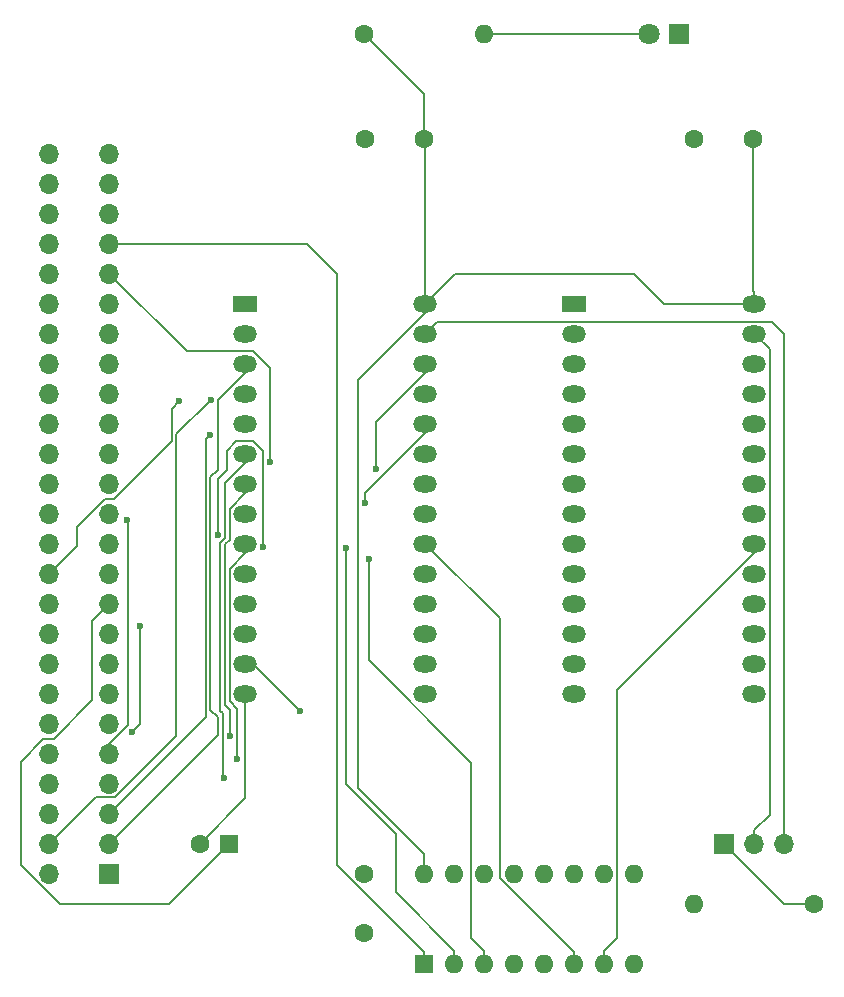
<source format=gtl>
G04 #@! TF.GenerationSoftware,KiCad,Pcbnew,8.0.9-8.0.9-0~ubuntu22.04.1*
G04 #@! TF.CreationDate,2025-06-29T10:23:37+10:00*
G04 #@! TF.ProjectId,Memory_Expansion_Cartridge,4d656d6f-7279-45f4-9578-70616e73696f,rev?*
G04 #@! TF.SameCoordinates,Original*
G04 #@! TF.FileFunction,Copper,L1,Top*
G04 #@! TF.FilePolarity,Positive*
%FSLAX46Y46*%
G04 Gerber Fmt 4.6, Leading zero omitted, Abs format (unit mm)*
G04 Created by KiCad (PCBNEW 8.0.9-8.0.9-0~ubuntu22.04.1) date 2025-06-29 10:23:37*
%MOMM*%
%LPD*%
G01*
G04 APERTURE LIST*
G04 #@! TA.AperFunction,ComponentPad*
%ADD10R,1.800000X1.800000*%
G04 #@! TD*
G04 #@! TA.AperFunction,ComponentPad*
%ADD11C,1.800000*%
G04 #@! TD*
G04 #@! TA.AperFunction,ComponentPad*
%ADD12C,1.600000*%
G04 #@! TD*
G04 #@! TA.AperFunction,ComponentPad*
%ADD13R,2.000000X1.440000*%
G04 #@! TD*
G04 #@! TA.AperFunction,ComponentPad*
%ADD14O,2.000000X1.440000*%
G04 #@! TD*
G04 #@! TA.AperFunction,ComponentPad*
%ADD15R,1.600000X1.600000*%
G04 #@! TD*
G04 #@! TA.AperFunction,ComponentPad*
%ADD16O,1.600000X1.600000*%
G04 #@! TD*
G04 #@! TA.AperFunction,ComponentPad*
%ADD17R,1.700000X1.700000*%
G04 #@! TD*
G04 #@! TA.AperFunction,ComponentPad*
%ADD18O,1.700000X1.700000*%
G04 #@! TD*
G04 #@! TA.AperFunction,ViaPad*
%ADD19C,0.600000*%
G04 #@! TD*
G04 #@! TA.AperFunction,Conductor*
%ADD20C,0.200000*%
G04 #@! TD*
G04 APERTURE END LIST*
D10*
X153670000Y-46990000D03*
D11*
X151130000Y-46990000D03*
D12*
X127000000Y-118110000D03*
X127000000Y-123110000D03*
D13*
X144780000Y-69850000D03*
D14*
X144780000Y-72390000D03*
X144780000Y-74930000D03*
X144780000Y-77470000D03*
X144780000Y-80010000D03*
X144780000Y-82550000D03*
X144780000Y-85090000D03*
X144780000Y-87630000D03*
X144780000Y-90170000D03*
X144780000Y-92710000D03*
X144780000Y-95250000D03*
X144780000Y-97790000D03*
X144780000Y-100330000D03*
X144780000Y-102870000D03*
X160020000Y-102870000D03*
X160020000Y-100330000D03*
X160020000Y-97790000D03*
X160020000Y-95250000D03*
X160020000Y-92710000D03*
X160020000Y-90170000D03*
X160020000Y-87630000D03*
X160020000Y-85090000D03*
X160020000Y-82550000D03*
X160020000Y-80010000D03*
X160020000Y-77470000D03*
X160020000Y-74930000D03*
X160020000Y-72390000D03*
X160020000Y-69850000D03*
D15*
X132080000Y-125730000D03*
D16*
X134620000Y-125730000D03*
X137160000Y-125730000D03*
X139700000Y-125730000D03*
X142240000Y-125730000D03*
X144780000Y-125730000D03*
X147320000Y-125730000D03*
X149860000Y-125730000D03*
X149860000Y-118110000D03*
X147320000Y-118110000D03*
X144780000Y-118110000D03*
X142240000Y-118110000D03*
X139700000Y-118110000D03*
X137160000Y-118110000D03*
X134620000Y-118110000D03*
X132080000Y-118110000D03*
D12*
X127000000Y-46990000D03*
D16*
X137160000Y-46990000D03*
D13*
X116920000Y-69850000D03*
D14*
X116920000Y-72390000D03*
X116920000Y-74930000D03*
X116920000Y-77470000D03*
X116920000Y-80010000D03*
X116920000Y-82550000D03*
X116920000Y-85090000D03*
X116920000Y-87630000D03*
X116920000Y-90170000D03*
X116920000Y-92710000D03*
X116920000Y-95250000D03*
X116920000Y-97790000D03*
X116920000Y-100330000D03*
X116920000Y-102870000D03*
X132160000Y-102870000D03*
X132160000Y-100330000D03*
X132160000Y-97790000D03*
X132160000Y-95250000D03*
X132160000Y-92710000D03*
X132160000Y-90170000D03*
X132160000Y-87630000D03*
X132160000Y-85090000D03*
X132160000Y-82550000D03*
X132160000Y-80010000D03*
X132160000Y-77470000D03*
X132160000Y-74930000D03*
X132160000Y-72390000D03*
X132160000Y-69850000D03*
D17*
X157480000Y-115570000D03*
D18*
X160020000Y-115570000D03*
X162560000Y-115570000D03*
D15*
X115570000Y-115570000D03*
D12*
X113070000Y-115570000D03*
X159940000Y-55880000D03*
X154940000Y-55880000D03*
X132080000Y-55880000D03*
X127080000Y-55880000D03*
X165100000Y-120650000D03*
D16*
X154940000Y-120650000D03*
D17*
X105410000Y-118110000D03*
D18*
X100330000Y-118110000D03*
X105410000Y-115570000D03*
X100330000Y-115570000D03*
X105410000Y-113030000D03*
X100330000Y-113030000D03*
X105410000Y-110490000D03*
X100330000Y-110490000D03*
X105410000Y-107950000D03*
X100330000Y-107950000D03*
X105410000Y-105410000D03*
X100330000Y-105410000D03*
X105410000Y-102870000D03*
X100330000Y-102870000D03*
X105410000Y-100330000D03*
X100330000Y-100330000D03*
X105410000Y-97790000D03*
X100330000Y-97790000D03*
X105410000Y-95250000D03*
X100330000Y-95250000D03*
X105410000Y-92710000D03*
X100330000Y-92710000D03*
X105410000Y-90170000D03*
X100330000Y-90170000D03*
X105410000Y-87630000D03*
X100330000Y-87630000D03*
X105410000Y-85090000D03*
X100330000Y-85090000D03*
X105410000Y-82550000D03*
X100330000Y-82550000D03*
X105410000Y-80010000D03*
X100330000Y-80010000D03*
X105410000Y-77470000D03*
X100330000Y-77470000D03*
X105410000Y-74930000D03*
X100330000Y-74930000D03*
X105410000Y-72390000D03*
X100330000Y-72390000D03*
X105410000Y-69850000D03*
X100330000Y-69850000D03*
X105410000Y-67310000D03*
X100330000Y-67310000D03*
X105410000Y-64770000D03*
X100330000Y-64770000D03*
X105410000Y-62230000D03*
X100330000Y-62230000D03*
X105410000Y-59690000D03*
X100330000Y-59690000D03*
X105410000Y-57150000D03*
X100330000Y-57150000D03*
D19*
X108047600Y-97140000D03*
X107340800Y-106134100D03*
X119056800Y-83209600D03*
X116244000Y-108367000D03*
X113928800Y-80919400D03*
X121589600Y-104366100D03*
X115619500Y-106472200D03*
X115098300Y-109958900D03*
X127994400Y-83869300D03*
X106936300Y-88195400D03*
X111347500Y-78093000D03*
X127381900Y-91486100D03*
X127090000Y-86691600D03*
X114588900Y-89412100D03*
X118425900Y-90406200D03*
X125444100Y-90530600D03*
X113999500Y-77960900D03*
D20*
X113070000Y-115570000D02*
X116920000Y-111720000D01*
X116920000Y-111720000D02*
X116920000Y-102870000D01*
X132080000Y-116440400D02*
X132080000Y-118110000D01*
X103982800Y-103433400D02*
X100692600Y-106723600D01*
X126488300Y-76288000D02*
X126488300Y-110848700D01*
X103982800Y-96677200D02*
X103982800Y-103433400D01*
X106680000Y-120650000D02*
X110490000Y-120650000D01*
X97960900Y-114807600D02*
X97960900Y-117367246D01*
X152400000Y-69850000D02*
X160020000Y-69850000D01*
X101243654Y-120650000D02*
X106680000Y-120650000D01*
X126488300Y-110848700D02*
X132080000Y-116440400D01*
X105410000Y-95250000D02*
X103982800Y-96677200D01*
X159940000Y-68748300D02*
X159940000Y-55880000D01*
X132160000Y-55960000D02*
X132080000Y-55880000D01*
X134700000Y-67310000D02*
X149860000Y-67310000D01*
X100692600Y-106723600D02*
X99841600Y-106723600D01*
X160020000Y-69850000D02*
X160020000Y-68828300D01*
X132160000Y-70616300D02*
X126488300Y-76288000D01*
X132080000Y-52070000D02*
X127000000Y-46990000D01*
X97960900Y-117367246D02*
X101243654Y-120650000D01*
X132080000Y-55880000D02*
X132080000Y-52070000D01*
X99841600Y-106723600D02*
X97960900Y-108604300D01*
X132160000Y-69850000D02*
X132160000Y-70616300D01*
X97960900Y-108604300D02*
X97960900Y-114807600D01*
X132160000Y-69850000D02*
X134700000Y-67310000D01*
X132160000Y-69850000D02*
X132160000Y-55960000D01*
X115570000Y-115570000D02*
X110490000Y-120650000D01*
X160020000Y-68828300D02*
X159940000Y-68748300D01*
X149860000Y-67310000D02*
X152400000Y-69850000D01*
X151130000Y-46990000D02*
X137160000Y-46990000D01*
X108047600Y-105427300D02*
X108047600Y-97140000D01*
X107340800Y-106134100D02*
X108047600Y-105427300D01*
X114601400Y-106378600D02*
X114601400Y-104860100D01*
X105410000Y-115570000D02*
X114601400Y-106378600D01*
X114601400Y-78006500D02*
X114601400Y-83893900D01*
X114601400Y-83893900D02*
X113974500Y-84520800D01*
X116920000Y-74930000D02*
X116920000Y-75687900D01*
X114601400Y-104860100D02*
X113974500Y-104233200D01*
X113974500Y-84520800D02*
X113974500Y-104233200D01*
X116920000Y-75687900D02*
X114601400Y-78006500D01*
X117602600Y-73867700D02*
X119056800Y-75321900D01*
X119056800Y-75321900D02*
X119056800Y-83209600D01*
X111967700Y-73867700D02*
X117602600Y-73867700D01*
X105410000Y-67310000D02*
X111967700Y-73867700D01*
X116244000Y-104115700D02*
X116244000Y-108367000D01*
X115618300Y-103490000D02*
X116244000Y-104115700D01*
X115618300Y-92271700D02*
X115618300Y-103490000D01*
X116920000Y-90170000D02*
X116920000Y-90970000D01*
X116920000Y-90970000D02*
X115618300Y-92271700D01*
X113572800Y-81275400D02*
X113928800Y-80919400D01*
X105410000Y-113030000D02*
X113572800Y-104867200D01*
X113572800Y-104867200D02*
X113572800Y-81275400D01*
X117553500Y-100330000D02*
X121589600Y-104366100D01*
X116920000Y-100330000D02*
X117553500Y-100330000D01*
X132080000Y-124766000D02*
X132080000Y-125730000D01*
X105410000Y-64770000D02*
X122111200Y-64770000D01*
X122111200Y-64770000D02*
X124651200Y-67310000D01*
X124651200Y-67310000D02*
X124651200Y-117337200D01*
X124651200Y-117337200D02*
X132080000Y-124766000D01*
X116920000Y-85856300D02*
X115592300Y-87184000D01*
X115592300Y-89827600D02*
X115216600Y-90203300D01*
X115216600Y-90203300D02*
X115216600Y-103856500D01*
X115592300Y-87184000D02*
X115592300Y-89827600D01*
X115616800Y-106469500D02*
X115619500Y-106472200D01*
X115616800Y-104256700D02*
X115616800Y-106469500D01*
X115616800Y-104256700D02*
X115216600Y-103856500D01*
X116920000Y-85090000D02*
X116920000Y-85856300D01*
X114801500Y-104292000D02*
X115010400Y-104500900D01*
X114801500Y-90050300D02*
X114801500Y-104292000D01*
X114838000Y-90013800D02*
X114801500Y-90050300D01*
X116920000Y-83316300D02*
X115190600Y-85045700D01*
X115190600Y-85045700D02*
X115190600Y-89661300D01*
X115010400Y-104500900D02*
X115010400Y-109871000D01*
X115190600Y-89661300D02*
X114838100Y-90013800D01*
X116920000Y-82550000D02*
X116920000Y-83316300D01*
X115010400Y-109871000D02*
X115098300Y-109958900D01*
X114838100Y-90013800D02*
X114838000Y-90013800D01*
X127994500Y-79861800D02*
X127994500Y-83869300D01*
X132160000Y-75696300D02*
X127994500Y-79861800D01*
X127994500Y-83869300D02*
X127994400Y-83869300D01*
X132160000Y-74930000D02*
X132160000Y-75696300D01*
X106963400Y-88222500D02*
X106936300Y-88195400D01*
X106963400Y-105532900D02*
X106963400Y-88222500D01*
X105410000Y-107950000D02*
X105410000Y-107086300D01*
X105410000Y-107086300D02*
X106963400Y-105532900D01*
X105799700Y-86360000D02*
X105039300Y-86360000D01*
X111347500Y-78093000D02*
X110686500Y-78754000D01*
X100330000Y-92710000D02*
X102684650Y-90355350D01*
X102684650Y-90355350D02*
X102684650Y-88714650D01*
X110686500Y-81473200D02*
X105799700Y-86360000D01*
X110686500Y-78754000D02*
X110686500Y-81473200D01*
X105039300Y-86360000D02*
X102684650Y-88714650D01*
X137160000Y-124628300D02*
X136058300Y-123526600D01*
X136058300Y-123526600D02*
X136058300Y-108706200D01*
X127381900Y-100029800D02*
X127381900Y-91486100D01*
X136058300Y-108706200D02*
X127381900Y-100029800D01*
X137160000Y-125730000D02*
X137160000Y-124628300D01*
X127090000Y-85846300D02*
X127090000Y-86691600D01*
X132160000Y-80776300D02*
X127090000Y-85846300D01*
X132160000Y-80010000D02*
X132160000Y-80776300D01*
X117607300Y-81492000D02*
X118425900Y-82310600D01*
X115348500Y-82319200D02*
X116175700Y-81492000D01*
X114588900Y-89412100D02*
X114588900Y-84674600D01*
X116175700Y-81492000D02*
X117607300Y-81492000D01*
X115348500Y-83915000D02*
X115348500Y-82319200D01*
X134620000Y-125730000D02*
X134620000Y-124628300D01*
X129682100Y-119690400D02*
X129682100Y-114751800D01*
X134620000Y-124628300D02*
X129682100Y-119690400D01*
X125444100Y-110513800D02*
X125444100Y-90530600D01*
X114588900Y-84674600D02*
X115348500Y-83915000D01*
X118425900Y-82310600D02*
X118425900Y-90406200D01*
X129682100Y-114751800D02*
X125444100Y-110513800D01*
X111088200Y-80872200D02*
X113999500Y-77960900D01*
X104260000Y-111640000D02*
X105886346Y-111640000D01*
X105886346Y-111640000D02*
X111088200Y-106438146D01*
X111088200Y-106438146D02*
X111088200Y-80872200D01*
X100330000Y-115570000D02*
X104260000Y-111640000D01*
X132160000Y-72390000D02*
X133180000Y-71370000D01*
X162560000Y-72390000D02*
X162560000Y-73660000D01*
X161540000Y-71370000D02*
X162560000Y-72390000D01*
X133180000Y-71370000D02*
X161540000Y-71370000D01*
X162560000Y-115570000D02*
X162560000Y-73660000D01*
X162560000Y-120650000D02*
X157480000Y-115570000D01*
X165100000Y-120650000D02*
X162560000Y-120650000D01*
X161322900Y-73692900D02*
X160020000Y-72390000D01*
X160020000Y-114418300D02*
X161322900Y-113115400D01*
X160020000Y-115570000D02*
X160020000Y-114418300D01*
X161322900Y-113115400D02*
X161322900Y-73692900D01*
X148421700Y-102526200D02*
X148421700Y-123526600D01*
X147320000Y-124628300D02*
X147320000Y-125730000D01*
X160020000Y-90170000D02*
X160020000Y-90927900D01*
X160020000Y-90927900D02*
X148421700Y-102526200D01*
X148421700Y-123526600D02*
X147320000Y-124628300D01*
X138470000Y-96480000D02*
X138470000Y-118456000D01*
X138470000Y-118456000D02*
X144642300Y-124628300D01*
X144780000Y-124628300D02*
X144780000Y-125730000D01*
X144642300Y-124628300D02*
X144780000Y-124628300D01*
X132160000Y-90170000D02*
X138470000Y-96480000D01*
M02*

</source>
